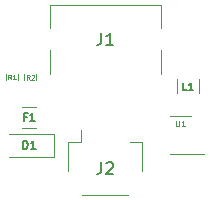
<source format=gto>
G04 #@! TF.GenerationSoftware,KiCad,Pcbnew,(5.1.10-1-10_14)*
G04 #@! TF.CreationDate,2021-11-29T20:50:22+01:00*
G04 #@! TF.ProjectId,Unified-Daughterboard,556e6966-6965-4642-9d44-617567687465,C3*
G04 #@! TF.SameCoordinates,Original*
G04 #@! TF.FileFunction,Legend,Top*
G04 #@! TF.FilePolarity,Positive*
%FSLAX46Y46*%
G04 Gerber Fmt 4.6, Leading zero omitted, Abs format (unit mm)*
G04 Created by KiCad (PCBNEW (5.1.10-1-10_14)) date 2021-11-29 20:50:22*
%MOMM*%
%LPD*%
G01*
G04 APERTURE LIST*
%ADD10C,0.120000*%
%ADD11C,0.150000*%
%ADD12C,0.127000*%
%ADD13C,0.100000*%
%ADD14C,2.600000*%
%ADD15C,3.500000*%
%ADD16O,1.000000X1.600000*%
%ADD17C,0.650000*%
%ADD18O,1.000000X2.100000*%
%ADD19R,0.300000X1.450000*%
%ADD20R,0.600000X1.450000*%
%ADD21R,1.560000X0.650000*%
%ADD22R,1.100000X1.100000*%
G04 APERTURE END LIST*
D10*
X73062500Y-72328000D02*
X76942500Y-72328000D01*
X78112500Y-67858000D02*
X77062500Y-67858000D01*
X78112500Y-70358000D02*
X78112500Y-67858000D01*
X72942500Y-67858000D02*
X72942500Y-66868000D01*
X71892500Y-67858000D02*
X72942500Y-67858000D01*
X71892500Y-70358000D02*
X71892500Y-67858000D01*
X81117500Y-63770064D02*
X81117500Y-62565936D01*
X82937500Y-63770064D02*
X82937500Y-62565936D01*
X69175189Y-66705500D02*
X67971061Y-66705500D01*
X69175189Y-64885500D02*
X67971061Y-64885500D01*
X79697500Y-56293000D02*
X70297500Y-56293000D01*
X70297500Y-62093000D02*
X70297500Y-60093000D01*
X70297500Y-58193000D02*
X70297500Y-56293000D01*
X79697500Y-62093000D02*
X79697500Y-60093000D01*
X79697500Y-58193000D02*
X79697500Y-56293000D01*
X80452500Y-68878000D02*
X83402500Y-68878000D01*
X82252500Y-65658000D02*
X80452500Y-65658000D01*
X66580000Y-62125776D02*
X66580000Y-62635224D01*
X67625000Y-62125776D02*
X67625000Y-62635224D01*
X69175000Y-62125776D02*
X69175000Y-62635224D01*
X68130000Y-62125776D02*
X68130000Y-62635224D01*
X70702500Y-69176750D02*
X66852500Y-69176750D01*
X70702500Y-67176750D02*
X66852500Y-67176750D01*
X70702500Y-69176750D02*
X70702500Y-67176750D01*
D11*
X74669166Y-69595380D02*
X74669166Y-70309666D01*
X74621547Y-70452523D01*
X74526309Y-70547761D01*
X74383452Y-70595380D01*
X74288214Y-70595380D01*
X75097738Y-69690619D02*
X75145357Y-69643000D01*
X75240595Y-69595380D01*
X75478690Y-69595380D01*
X75573928Y-69643000D01*
X75621547Y-69690619D01*
X75669166Y-69785857D01*
X75669166Y-69881095D01*
X75621547Y-70023952D01*
X75050119Y-70595380D01*
X75669166Y-70595380D01*
D12*
X81921666Y-63480261D02*
X81619285Y-63480261D01*
X81619285Y-62845261D01*
X82465952Y-63480261D02*
X82103095Y-63480261D01*
X82284523Y-63480261D02*
X82284523Y-62845261D01*
X82224047Y-62935976D01*
X82163571Y-62996452D01*
X82103095Y-63026690D01*
X68361458Y-65750142D02*
X68149791Y-65750142D01*
X68149791Y-66082761D02*
X68149791Y-65447761D01*
X68452172Y-65447761D01*
X69026696Y-66082761D02*
X68663839Y-66082761D01*
X68845267Y-66082761D02*
X68845267Y-65447761D01*
X68784791Y-65538476D01*
X68724315Y-65598952D01*
X68663839Y-65629190D01*
D11*
X74669166Y-58645380D02*
X74669166Y-59359666D01*
X74621547Y-59502523D01*
X74526309Y-59597761D01*
X74383452Y-59645380D01*
X74288214Y-59645380D01*
X75669166Y-59645380D02*
X75097738Y-59645380D01*
X75383452Y-59645380D02*
X75383452Y-58645380D01*
X75288214Y-58788238D01*
X75192976Y-58883476D01*
X75097738Y-58931095D01*
D13*
X80971547Y-66069190D02*
X80971547Y-66473952D01*
X80995357Y-66521571D01*
X81019166Y-66545380D01*
X81066785Y-66569190D01*
X81162023Y-66569190D01*
X81209642Y-66545380D01*
X81233452Y-66521571D01*
X81257261Y-66473952D01*
X81257261Y-66069190D01*
X81757261Y-66569190D02*
X81471547Y-66569190D01*
X81614404Y-66569190D02*
X81614404Y-66069190D01*
X81566785Y-66140619D01*
X81519166Y-66188238D01*
X81471547Y-66212047D01*
X67035833Y-62573952D02*
X66902500Y-62383476D01*
X66807261Y-62573952D02*
X66807261Y-62173952D01*
X66959642Y-62173952D01*
X66997738Y-62193000D01*
X67016785Y-62212047D01*
X67035833Y-62250142D01*
X67035833Y-62307285D01*
X67016785Y-62345380D01*
X66997738Y-62364428D01*
X66959642Y-62383476D01*
X66807261Y-62383476D01*
X67416785Y-62573952D02*
X67188214Y-62573952D01*
X67302500Y-62573952D02*
X67302500Y-62173952D01*
X67264404Y-62231095D01*
X67226309Y-62269190D01*
X67188214Y-62288238D01*
X68610833Y-62598952D02*
X68477500Y-62408476D01*
X68382261Y-62598952D02*
X68382261Y-62198952D01*
X68534642Y-62198952D01*
X68572738Y-62218000D01*
X68591785Y-62237047D01*
X68610833Y-62275142D01*
X68610833Y-62332285D01*
X68591785Y-62370380D01*
X68572738Y-62389428D01*
X68534642Y-62408476D01*
X68382261Y-62408476D01*
X68763214Y-62237047D02*
X68782261Y-62218000D01*
X68820357Y-62198952D01*
X68915595Y-62198952D01*
X68953690Y-62218000D01*
X68972738Y-62237047D01*
X68991785Y-62275142D01*
X68991785Y-62313238D01*
X68972738Y-62370380D01*
X68744166Y-62598952D01*
X68991785Y-62598952D01*
D11*
X68035833Y-68468416D02*
X68035833Y-67768416D01*
X68202500Y-67768416D01*
X68302500Y-67801750D01*
X68369166Y-67868416D01*
X68402500Y-67935083D01*
X68435833Y-68068416D01*
X68435833Y-68168416D01*
X68402500Y-68301750D01*
X68369166Y-68368416D01*
X68302500Y-68435083D01*
X68202500Y-68468416D01*
X68035833Y-68468416D01*
X69102500Y-68468416D02*
X68702500Y-68468416D01*
X68902500Y-68468416D02*
X68902500Y-67768416D01*
X68835833Y-67868416D01*
X68769166Y-67935083D01*
X68702500Y-67968416D01*
%LPC*%
G36*
G01*
X73202500Y-68268000D02*
X73202500Y-67018000D01*
G75*
G02*
X73352500Y-66868000I150000J0D01*
G01*
X73652500Y-66868000D01*
G75*
G02*
X73802500Y-67018000I0J-150000D01*
G01*
X73802500Y-68268000D01*
G75*
G02*
X73652500Y-68418000I-150000J0D01*
G01*
X73352500Y-68418000D01*
G75*
G02*
X73202500Y-68268000I0J150000D01*
G01*
G37*
G36*
G01*
X74202500Y-68268000D02*
X74202500Y-67018000D01*
G75*
G02*
X74352500Y-66868000I150000J0D01*
G01*
X74652500Y-66868000D01*
G75*
G02*
X74802500Y-67018000I0J-150000D01*
G01*
X74802500Y-68268000D01*
G75*
G02*
X74652500Y-68418000I-150000J0D01*
G01*
X74352500Y-68418000D01*
G75*
G02*
X74202500Y-68268000I0J150000D01*
G01*
G37*
G36*
G01*
X75202500Y-68268000D02*
X75202500Y-67018000D01*
G75*
G02*
X75352500Y-66868000I150000J0D01*
G01*
X75652500Y-66868000D01*
G75*
G02*
X75802500Y-67018000I0J-150000D01*
G01*
X75802500Y-68268000D01*
G75*
G02*
X75652500Y-68418000I-150000J0D01*
G01*
X75352500Y-68418000D01*
G75*
G02*
X75202500Y-68268000I0J150000D01*
G01*
G37*
G36*
G01*
X76202500Y-68268000D02*
X76202500Y-67018000D01*
G75*
G02*
X76352500Y-66868000I150000J0D01*
G01*
X76652500Y-66868000D01*
G75*
G02*
X76802500Y-67018000I0J-150000D01*
G01*
X76802500Y-68268000D01*
G75*
G02*
X76652500Y-68418000I-150000J0D01*
G01*
X76352500Y-68418000D01*
G75*
G02*
X76202500Y-68268000I0J150000D01*
G01*
G37*
G36*
G01*
X71602500Y-72168001D02*
X71602500Y-70867999D01*
G75*
G02*
X71852499Y-70618000I249999J0D01*
G01*
X72552501Y-70618000D01*
G75*
G02*
X72802500Y-70867999I0J-249999D01*
G01*
X72802500Y-72168001D01*
G75*
G02*
X72552501Y-72418000I-249999J0D01*
G01*
X71852499Y-72418000D01*
G75*
G02*
X71602500Y-72168001I0J249999D01*
G01*
G37*
G36*
G01*
X77202500Y-72168001D02*
X77202500Y-70867999D01*
G75*
G02*
X77452499Y-70618000I249999J0D01*
G01*
X78152501Y-70618000D01*
G75*
G02*
X78402500Y-70867999I0J-249999D01*
G01*
X78402500Y-72168001D01*
G75*
G02*
X78152501Y-72418000I-249999J0D01*
G01*
X77452499Y-72418000D01*
G75*
G02*
X77202500Y-72168001I0J249999D01*
G01*
G37*
D14*
X82004500Y-71043000D03*
D15*
X82004500Y-71043000D03*
X68004500Y-71043000D03*
D14*
X68004500Y-71043000D03*
D15*
X82004500Y-58543000D03*
X68004500Y-58543000D03*
D14*
X68004500Y-58543000D03*
G36*
G01*
X82652500Y-62393000D02*
X81402500Y-62393000D01*
G75*
G02*
X81152500Y-62143000I0J250000D01*
G01*
X81152500Y-61393000D01*
G75*
G02*
X81402500Y-61143000I250000J0D01*
G01*
X82652500Y-61143000D01*
G75*
G02*
X82902500Y-61393000I0J-250000D01*
G01*
X82902500Y-62143000D01*
G75*
G02*
X82652500Y-62393000I-250000J0D01*
G01*
G37*
G36*
G01*
X82652500Y-65193000D02*
X81402500Y-65193000D01*
G75*
G02*
X81152500Y-64943000I0J250000D01*
G01*
X81152500Y-64193000D01*
G75*
G02*
X81402500Y-63943000I250000J0D01*
G01*
X82652500Y-63943000D01*
G75*
G02*
X82902500Y-64193000I0J-250000D01*
G01*
X82902500Y-64943000D01*
G75*
G02*
X82652500Y-65193000I-250000J0D01*
G01*
G37*
G36*
G01*
X67798125Y-65170500D02*
X67798125Y-66420500D01*
G75*
G02*
X67548125Y-66670500I-250000J0D01*
G01*
X66798125Y-66670500D01*
G75*
G02*
X66548125Y-66420500I0J250000D01*
G01*
X66548125Y-65170500D01*
G75*
G02*
X66798125Y-64920500I250000J0D01*
G01*
X67548125Y-64920500D01*
G75*
G02*
X67798125Y-65170500I0J-250000D01*
G01*
G37*
G36*
G01*
X70598125Y-65170500D02*
X70598125Y-66420500D01*
G75*
G02*
X70348125Y-66670500I-250000J0D01*
G01*
X69598125Y-66670500D01*
G75*
G02*
X69348125Y-66420500I0J250000D01*
G01*
X69348125Y-65170500D01*
G75*
G02*
X69598125Y-64920500I250000J0D01*
G01*
X70348125Y-64920500D01*
G75*
G02*
X70598125Y-65170500I0J-250000D01*
G01*
G37*
D16*
X70677500Y-59143000D03*
D17*
X72107500Y-62793000D03*
D16*
X79317500Y-59143000D03*
D17*
X77887500Y-62793000D03*
D18*
X79317500Y-63323000D03*
X70677500Y-63323000D03*
D19*
X75247500Y-64238000D03*
X73247500Y-64238000D03*
X73747500Y-64238000D03*
X74247500Y-64238000D03*
X74747500Y-64238000D03*
X75747500Y-64238000D03*
X76247500Y-64238000D03*
X76747500Y-64238000D03*
D20*
X71747500Y-64238000D03*
X72547500Y-64238000D03*
X77447500Y-64238000D03*
X78247500Y-64238000D03*
X78247500Y-64238000D03*
X77447500Y-64238000D03*
X72547500Y-64238000D03*
X71747500Y-64238000D03*
D21*
X82702500Y-68218000D03*
X82702500Y-67268000D03*
X82702500Y-66318000D03*
X80002500Y-66318000D03*
X80002500Y-68218000D03*
X80002500Y-67268000D03*
G36*
G01*
X66865000Y-60980500D02*
X67340000Y-60980500D01*
G75*
G02*
X67577500Y-61218000I0J-237500D01*
G01*
X67577500Y-61718000D01*
G75*
G02*
X67340000Y-61955500I-237500J0D01*
G01*
X66865000Y-61955500D01*
G75*
G02*
X66627500Y-61718000I0J237500D01*
G01*
X66627500Y-61218000D01*
G75*
G02*
X66865000Y-60980500I237500J0D01*
G01*
G37*
G36*
G01*
X66865000Y-62805500D02*
X67340000Y-62805500D01*
G75*
G02*
X67577500Y-63043000I0J-237500D01*
G01*
X67577500Y-63543000D01*
G75*
G02*
X67340000Y-63780500I-237500J0D01*
G01*
X66865000Y-63780500D01*
G75*
G02*
X66627500Y-63543000I0J237500D01*
G01*
X66627500Y-63043000D01*
G75*
G02*
X66865000Y-62805500I237500J0D01*
G01*
G37*
G36*
G01*
X68415000Y-62805500D02*
X68890000Y-62805500D01*
G75*
G02*
X69127500Y-63043000I0J-237500D01*
G01*
X69127500Y-63543000D01*
G75*
G02*
X68890000Y-63780500I-237500J0D01*
G01*
X68415000Y-63780500D01*
G75*
G02*
X68177500Y-63543000I0J237500D01*
G01*
X68177500Y-63043000D01*
G75*
G02*
X68415000Y-62805500I237500J0D01*
G01*
G37*
G36*
G01*
X68415000Y-60980500D02*
X68890000Y-60980500D01*
G75*
G02*
X69127500Y-61218000I0J-237500D01*
G01*
X69127500Y-61718000D01*
G75*
G02*
X68890000Y-61955500I-237500J0D01*
G01*
X68415000Y-61955500D01*
G75*
G02*
X68177500Y-61718000I0J237500D01*
G01*
X68177500Y-61218000D01*
G75*
G02*
X68415000Y-60980500I237500J0D01*
G01*
G37*
D22*
X69902500Y-68176750D03*
X67102500Y-68176750D03*
M02*

</source>
